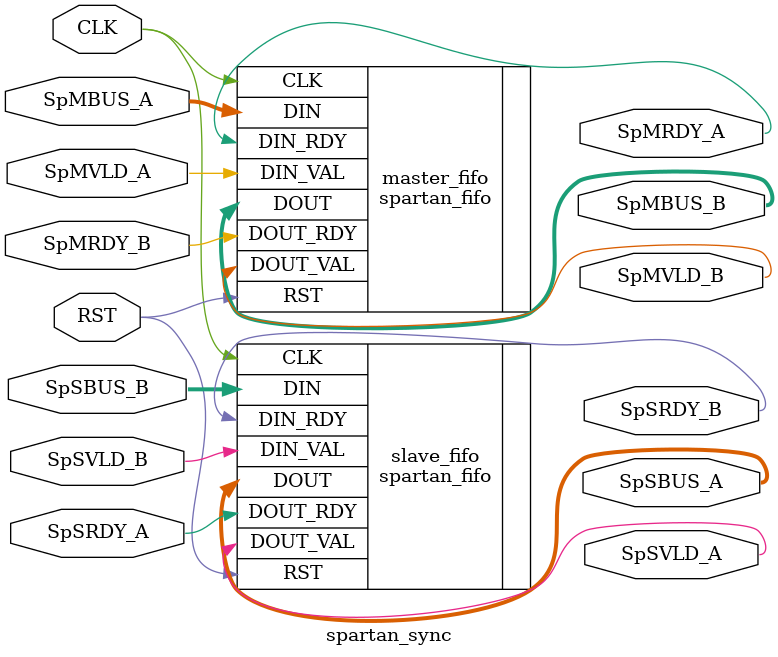
<source format=v>

module spartan_sync
(
    CLK,
    RST,
    
    SpMBUS_A,
    SpMVLD_A,
    SpMRDY_A,
    
    SpSBUS_A,
    SpSVLD_A,
    SpSRDY_A,
    
    SpMBUS_B,
    SpMVLD_B,
    SpMRDY_B,
    
    SpSBUS_B,
    SpSVLD_B,
    SpSRDY_B    
);

    parameter BWIDTH = 64;
    
    input CLK;
    input RST;
    
    input [BWIDTH+1:0] SpMBUS_A;
    input SpMVLD_A;
    output SpMRDY_A;
    
    output [BWIDTH+1:0] SpSBUS_A;
    output SpSVLD_A;
    input SpSRDY_A;

    output [BWIDTH+1:0] SpMBUS_B;
    output SpMVLD_B;
    input SpMRDY_B;
    
    input [BWIDTH+1:0] SpSBUS_B;
    input SpSVLD_B;
    output SpSRDY_B;
        
    spartan_fifo #(.DATA_WIDTH(BWIDTH+2)) master_fifo
    (
        .CLK(CLK),
        .RST(RST),

        .DIN(SpMBUS_A),
        .DIN_VAL(SpMVLD_A),
        .DIN_RDY(SpMRDY_A),

        .DOUT(SpMBUS_B),
        .DOUT_VAL(SpMVLD_B),
        .DOUT_RDY(SpMRDY_B)
    );

    spartan_fifo #(.DATA_WIDTH(BWIDTH+2)) slave_fifo
    (
        .CLK(CLK),
        .RST(RST),

        .DIN(SpSBUS_B),
        .DIN_VAL(SpSVLD_B),
        .DIN_RDY(SpSRDY_B),

        .DOUT(SpSBUS_A),
        .DOUT_VAL(SpSVLD_A),
        .DOUT_RDY(SpSRDY_A)
    );       
    
endmodule

</source>
